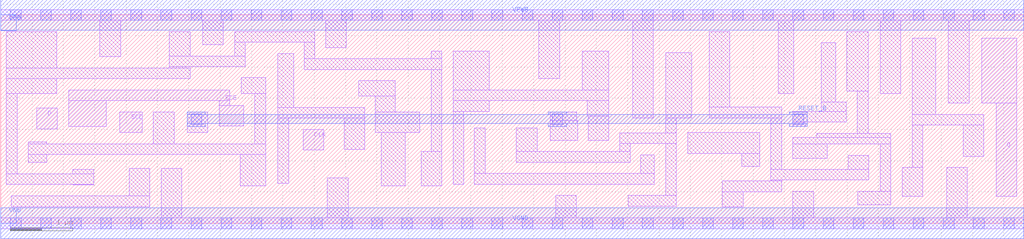
<source format=lef>
# Copyright 2020 The SkyWater PDK Authors
#
# Licensed under the Apache License, Version 2.0 (the "License");
# you may not use this file except in compliance with the License.
# You may obtain a copy of the License at
#
#     https://www.apache.org/licenses/LICENSE-2.0
#
# Unless required by applicable law or agreed to in writing, software
# distributed under the License is distributed on an "AS IS" BASIS,
# WITHOUT WARRANTIES OR CONDITIONS OF ANY KIND, either express or implied.
# See the License for the specific language governing permissions and
# limitations under the License.
#
# SPDX-License-Identifier: Apache-2.0

VERSION 5.5 ;
NAMESCASESENSITIVE ON ;
BUSBITCHARS "[]" ;
DIVIDERCHAR "/" ;
MACRO sky130_fd_sc_lp__sdfrtp_lp2
  CLASS CORE ;
  SOURCE USER ;
  ORIGIN  0.000000  0.000000 ;
  SIZE  16.32000 BY  3.330000 ;
  SYMMETRY R90 ;
  SITE unit ;
  PIN D
    ANTENNAGATEAREA  0.313000 ;
    DIRECTION INPUT ;
    USE SIGNAL ;
    PORT
      LAYER li1 ;
        RECT 0.575000 1.510000 0.905000 1.840000 ;
    END
  END D
  PIN Q
    ANTENNADIFFAREA  0.404700 ;
    DIRECTION OUTPUT ;
    USE SIGNAL ;
    PORT
      LAYER li1 ;
        RECT 15.645000 1.920000 16.205000 2.960000 ;
        RECT 15.875000 0.430000 16.205000 1.920000 ;
    END
  END Q
  PIN RESET_B
    ANTENNAGATEAREA  0.939000 ;
    DIRECTION INPUT ;
    USE SIGNAL ;
    PORT
      LAYER met1 ;
        RECT  2.975000 1.550000  3.265000 1.595000 ;
        RECT  2.975000 1.595000 12.865000 1.735000 ;
        RECT  2.975000 1.735000  3.265000 1.780000 ;
        RECT  8.735000 1.550000  9.025000 1.595000 ;
        RECT  8.735000 1.735000  9.025000 1.780000 ;
        RECT 12.575000 1.550000 12.865000 1.595000 ;
        RECT 12.575000 1.735000 12.865000 1.780000 ;
    END
  END RESET_B
  PIN SCD
    ANTENNAGATEAREA  0.313000 ;
    DIRECTION INPUT ;
    USE SIGNAL ;
    PORT
      LAYER li1 ;
        RECT 1.895000 1.450000 2.255000 1.780000 ;
    END
  END SCD
  PIN SCE
    ANTENNAGATEAREA  0.689000 ;
    DIRECTION INPUT ;
    USE SIGNAL ;
    PORT
      LAYER li1 ;
        RECT 1.085000 1.550000 1.685000 1.960000 ;
        RECT 1.085000 1.960000 3.655000 2.130000 ;
        RECT 3.485000 1.555000 3.875000 1.885000 ;
        RECT 3.485000 1.885000 3.655000 1.960000 ;
    END
  END SCE
  PIN CLK
    ANTENNAGATEAREA  0.376000 ;
    DIRECTION INPUT ;
    USE CLOCK ;
    PORT
      LAYER li1 ;
        RECT 4.825000 1.170000 5.155000 1.500000 ;
    END
  END CLK
  PIN VGND
    DIRECTION INOUT ;
    USE GROUND ;
    PORT
      LAYER met1 ;
        RECT 0.000000 -0.245000 16.320000 0.245000 ;
    END
  END VGND
  PIN VNB
    DIRECTION INOUT ;
    USE GROUND ;
    PORT
      LAYER met1 ;
        RECT 0.000000 0.000000 0.250000 0.250000 ;
    END
  END VNB
  PIN VPB
    DIRECTION INOUT ;
    USE POWER ;
    PORT
      LAYER met1 ;
        RECT 0.000000 3.080000 0.250000 3.330000 ;
    END
  END VPB
  PIN VPWR
    DIRECTION INOUT ;
    USE POWER ;
    PORT
      LAYER met1 ;
        RECT 0.000000 3.085000 16.320000 3.575000 ;
    END
  END VPWR
  OBS
    LAYER li1 ;
      RECT  0.000000 -0.085000 16.320000 0.085000 ;
      RECT  0.000000  3.245000 16.320000 3.415000 ;
      RECT  0.090000  0.620000  1.480000 0.790000 ;
      RECT  0.090000  0.790000  0.260000 2.075000 ;
      RECT  0.090000  2.075000  0.890000 2.310000 ;
      RECT  0.090000  2.310000  3.020000 2.480000 ;
      RECT  0.090000  2.480000  0.890000 3.065000 ;
      RECT  0.170000  0.265000  2.380000 0.435000 ;
      RECT  0.170000  0.435000  0.500000 0.440000 ;
      RECT  0.440000  0.970000  0.735000 1.100000 ;
      RECT  0.440000  1.100000  4.225000 1.270000 ;
      RECT  0.440000  1.270000  0.735000 1.300000 ;
      RECT  1.150000  0.615000  1.480000 0.620000 ;
      RECT  1.150000  0.790000  1.480000 0.865000 ;
      RECT  1.580000  2.660000  1.910000 3.245000 ;
      RECT  2.050000  0.435000  2.380000 0.880000 ;
      RECT  2.435000  1.270000  2.765000 1.780000 ;
      RECT  2.560000  0.085000  2.890000 0.880000 ;
      RECT  2.690000  2.480000  3.020000 2.505000 ;
      RECT  2.690000  2.505000  3.900000 2.675000 ;
      RECT  2.690000  2.675000  3.020000 3.065000 ;
      RECT  2.975000  1.450000  3.305000 1.780000 ;
      RECT  3.220000  2.855000  3.550000 3.245000 ;
      RECT  3.730000  2.675000  3.900000 2.895000 ;
      RECT  3.730000  2.895000  5.010000 3.065000 ;
      RECT  3.820000  0.595000  4.225000 1.100000 ;
      RECT  3.835000  2.075000  4.225000 2.325000 ;
      RECT  4.055000  1.270000  4.225000 2.075000 ;
      RECT  4.420000  0.635000  4.590000 1.680000 ;
      RECT  4.420000  1.680000  5.805000 1.850000 ;
      RECT  4.420000  1.850000  4.670000 2.715000 ;
      RECT  4.840000  2.460000  7.035000 2.630000 ;
      RECT  4.840000  2.630000  5.010000 2.895000 ;
      RECT  5.180000  2.810000  5.510000 3.245000 ;
      RECT  5.210000  0.085000  5.540000 0.725000 ;
      RECT  5.475000  1.180000  5.805000 1.680000 ;
      RECT  5.710000  2.030000  6.290000 2.280000 ;
      RECT  5.975000  1.450000  6.685000 1.780000 ;
      RECT  5.975000  1.780000  6.290000 2.030000 ;
      RECT  6.070000  0.595000  6.455000 1.450000 ;
      RECT  6.705000  0.595000  7.035000 1.145000 ;
      RECT  6.865000  1.145000  7.035000 2.460000 ;
      RECT  6.865000  2.630000  7.035000 2.755000 ;
      RECT  7.215000  0.625000  7.385000 1.790000 ;
      RECT  7.215000  1.790000  7.790000 1.960000 ;
      RECT  7.215000  1.960000  9.700000 2.130000 ;
      RECT  7.215000  2.130000  7.790000 2.755000 ;
      RECT  7.555000  0.625000 10.425000 0.795000 ;
      RECT  7.555000  0.795000  7.725000 1.525000 ;
      RECT  8.225000  0.975000 10.040000 1.145000 ;
      RECT  8.225000  1.145000  8.555000 1.525000 ;
      RECT  8.585000  2.310000  8.915000 3.245000 ;
      RECT  8.765000  1.325000  9.200000 1.645000 ;
      RECT  8.765000  1.645000  9.185000 1.780000 ;
      RECT  8.850000  0.085000  9.180000 0.445000 ;
      RECT  9.275000  2.130000  9.700000 2.755000 ;
      RECT  9.355000  1.715000  9.700000 1.960000 ;
      RECT  9.370000  1.325000  9.700000 1.715000 ;
      RECT  9.870000  1.145000 10.040000 1.275000 ;
      RECT  9.870000  1.275000 10.775000 1.445000 ;
      RECT 10.005000  0.275000 10.775000 0.445000 ;
      RECT 10.080000  1.685000 10.410000 3.245000 ;
      RECT 10.210000  0.795000 10.425000 1.095000 ;
      RECT 10.605000  0.445000 10.775000 1.275000 ;
      RECT 10.605000  1.445000 10.775000 1.685000 ;
      RECT 10.605000  1.685000 11.020000 2.725000 ;
      RECT 10.955000  1.120000 12.105000 1.450000 ;
      RECT 11.300000  1.685000 12.455000 1.855000 ;
      RECT 11.300000  1.855000 11.630000 3.065000 ;
      RECT 11.510000  0.265000 11.840000 0.505000 ;
      RECT 11.510000  0.505000 12.455000 0.675000 ;
      RECT 11.815000  0.910000 12.105000 1.120000 ;
      RECT 12.285000  0.675000 12.455000 0.690000 ;
      RECT 12.285000  0.690000 13.845000 0.860000 ;
      RECT 12.285000  0.860000 12.455000 1.685000 ;
      RECT 12.400000  2.075000 12.650000 3.245000 ;
      RECT 12.635000  0.085000 12.965000 0.510000 ;
      RECT 12.635000  1.040000 13.185000 1.265000 ;
      RECT 12.635000  1.265000 14.195000 1.370000 ;
      RECT 12.635000  1.550000 12.835000 1.615000 ;
      RECT 12.635000  1.615000 13.485000 1.785000 ;
      RECT 13.015000  1.370000 14.195000 1.435000 ;
      RECT 13.085000  1.785000 13.485000 1.935000 ;
      RECT 13.085000  1.935000 13.315000 2.890000 ;
      RECT 13.495000  2.115000 13.835000 3.065000 ;
      RECT 13.515000  0.860000 13.845000 1.085000 ;
      RECT 13.665000  1.435000 13.835000 2.115000 ;
      RECT 13.670000  0.295000 14.195000 0.510000 ;
      RECT 14.025000  0.510000 14.195000 1.265000 ;
      RECT 14.025000  2.075000 14.355000 3.245000 ;
      RECT 14.375000  0.430000 14.705000 0.890000 ;
      RECT 14.535000  0.890000 14.705000 1.570000 ;
      RECT 14.535000  1.570000 15.680000 1.740000 ;
      RECT 14.535000  1.740000 14.915000 2.960000 ;
      RECT 15.085000  0.085000 15.415000 0.890000 ;
      RECT 15.115000  1.920000 15.445000 3.245000 ;
      RECT 15.350000  1.070000 15.680000 1.570000 ;
    LAYER mcon ;
      RECT  0.155000 -0.085000  0.325000 0.085000 ;
      RECT  0.155000  3.245000  0.325000 3.415000 ;
      RECT  0.635000 -0.085000  0.805000 0.085000 ;
      RECT  0.635000  3.245000  0.805000 3.415000 ;
      RECT  1.115000 -0.085000  1.285000 0.085000 ;
      RECT  1.115000  3.245000  1.285000 3.415000 ;
      RECT  1.595000 -0.085000  1.765000 0.085000 ;
      RECT  1.595000  3.245000  1.765000 3.415000 ;
      RECT  2.075000 -0.085000  2.245000 0.085000 ;
      RECT  2.075000  3.245000  2.245000 3.415000 ;
      RECT  2.555000 -0.085000  2.725000 0.085000 ;
      RECT  2.555000  3.245000  2.725000 3.415000 ;
      RECT  3.035000 -0.085000  3.205000 0.085000 ;
      RECT  3.035000  1.580000  3.205000 1.750000 ;
      RECT  3.035000  3.245000  3.205000 3.415000 ;
      RECT  3.515000 -0.085000  3.685000 0.085000 ;
      RECT  3.515000  3.245000  3.685000 3.415000 ;
      RECT  3.995000 -0.085000  4.165000 0.085000 ;
      RECT  3.995000  3.245000  4.165000 3.415000 ;
      RECT  4.475000 -0.085000  4.645000 0.085000 ;
      RECT  4.475000  3.245000  4.645000 3.415000 ;
      RECT  4.955000 -0.085000  5.125000 0.085000 ;
      RECT  4.955000  3.245000  5.125000 3.415000 ;
      RECT  5.435000 -0.085000  5.605000 0.085000 ;
      RECT  5.435000  3.245000  5.605000 3.415000 ;
      RECT  5.915000 -0.085000  6.085000 0.085000 ;
      RECT  5.915000  3.245000  6.085000 3.415000 ;
      RECT  6.395000 -0.085000  6.565000 0.085000 ;
      RECT  6.395000  3.245000  6.565000 3.415000 ;
      RECT  6.875000 -0.085000  7.045000 0.085000 ;
      RECT  6.875000  3.245000  7.045000 3.415000 ;
      RECT  7.355000 -0.085000  7.525000 0.085000 ;
      RECT  7.355000  3.245000  7.525000 3.415000 ;
      RECT  7.835000 -0.085000  8.005000 0.085000 ;
      RECT  7.835000  3.245000  8.005000 3.415000 ;
      RECT  8.315000 -0.085000  8.485000 0.085000 ;
      RECT  8.315000  3.245000  8.485000 3.415000 ;
      RECT  8.795000 -0.085000  8.965000 0.085000 ;
      RECT  8.795000  1.580000  8.965000 1.750000 ;
      RECT  8.795000  3.245000  8.965000 3.415000 ;
      RECT  9.275000 -0.085000  9.445000 0.085000 ;
      RECT  9.275000  3.245000  9.445000 3.415000 ;
      RECT  9.755000 -0.085000  9.925000 0.085000 ;
      RECT  9.755000  3.245000  9.925000 3.415000 ;
      RECT 10.235000 -0.085000 10.405000 0.085000 ;
      RECT 10.235000  3.245000 10.405000 3.415000 ;
      RECT 10.715000 -0.085000 10.885000 0.085000 ;
      RECT 10.715000  3.245000 10.885000 3.415000 ;
      RECT 11.195000 -0.085000 11.365000 0.085000 ;
      RECT 11.195000  3.245000 11.365000 3.415000 ;
      RECT 11.675000 -0.085000 11.845000 0.085000 ;
      RECT 11.675000  3.245000 11.845000 3.415000 ;
      RECT 12.155000 -0.085000 12.325000 0.085000 ;
      RECT 12.155000  3.245000 12.325000 3.415000 ;
      RECT 12.635000 -0.085000 12.805000 0.085000 ;
      RECT 12.635000  1.580000 12.805000 1.750000 ;
      RECT 12.635000  3.245000 12.805000 3.415000 ;
      RECT 13.115000 -0.085000 13.285000 0.085000 ;
      RECT 13.115000  3.245000 13.285000 3.415000 ;
      RECT 13.595000 -0.085000 13.765000 0.085000 ;
      RECT 13.595000  3.245000 13.765000 3.415000 ;
      RECT 14.075000 -0.085000 14.245000 0.085000 ;
      RECT 14.075000  3.245000 14.245000 3.415000 ;
      RECT 14.555000 -0.085000 14.725000 0.085000 ;
      RECT 14.555000  3.245000 14.725000 3.415000 ;
      RECT 15.035000 -0.085000 15.205000 0.085000 ;
      RECT 15.035000  3.245000 15.205000 3.415000 ;
      RECT 15.515000 -0.085000 15.685000 0.085000 ;
      RECT 15.515000  3.245000 15.685000 3.415000 ;
      RECT 15.995000 -0.085000 16.165000 0.085000 ;
      RECT 15.995000  3.245000 16.165000 3.415000 ;
  END
END sky130_fd_sc_lp__sdfrtp_lp2

</source>
